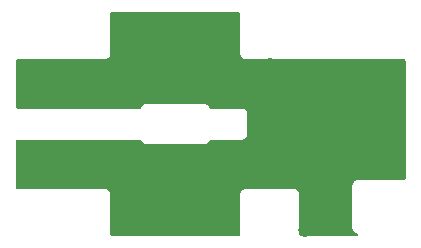
<source format=gbr>
%TF.GenerationSoftware,KiCad,Pcbnew,(6.0.0)*%
%TF.CreationDate,2022-03-29T22:28:20-07:00*%
%TF.ProjectId,probe,70726f62-652e-46b6-9963-61645f706362,rev?*%
%TF.SameCoordinates,Original*%
%TF.FileFunction,Copper,L2,Bot*%
%TF.FilePolarity,Positive*%
%FSLAX46Y46*%
G04 Gerber Fmt 4.6, Leading zero omitted, Abs format (unit mm)*
G04 Created by KiCad (PCBNEW (6.0.0)) date 2022-03-29 22:28:20*
%MOMM*%
%LPD*%
G01*
G04 APERTURE LIST*
%TA.AperFunction,ViaPad*%
%ADD10C,1.200000*%
%TD*%
%TA.AperFunction,Conductor*%
%ADD11C,1.000000*%
%TD*%
G04 APERTURE END LIST*
D10*
%TO.N,GND*%
X130000000Y-109000000D03*
X138000000Y-111000000D03*
X126000000Y-120000000D03*
X137000000Y-119000000D03*
X148000000Y-119000000D03*
X141000000Y-125000000D03*
%TD*%
D11*
%TO.N,GND*%
X132000000Y-111000000D02*
X130000000Y-109000000D01*
X138000000Y-111000000D02*
X132000000Y-111000000D01*
%TD*%
%TA.AperFunction,Conductor*%
%TO.N,GND*%
G36*
X135434121Y-106528002D02*
G01*
X135480614Y-106581658D01*
X135492000Y-106634000D01*
X135492000Y-109991298D01*
X135491998Y-109992068D01*
X135491524Y-110069652D01*
X135493990Y-110078281D01*
X135493991Y-110078286D01*
X135499639Y-110098048D01*
X135503217Y-110114809D01*
X135506130Y-110135152D01*
X135506133Y-110135162D01*
X135507405Y-110144045D01*
X135518021Y-110167395D01*
X135524464Y-110184907D01*
X135531512Y-110209565D01*
X135547274Y-110234548D01*
X135555404Y-110249614D01*
X135567633Y-110276510D01*
X135584374Y-110295939D01*
X135595479Y-110310947D01*
X135609160Y-110332631D01*
X135615888Y-110338573D01*
X135631296Y-110352181D01*
X135643340Y-110364373D01*
X135662619Y-110386747D01*
X135670147Y-110391626D01*
X135670150Y-110391629D01*
X135684139Y-110400696D01*
X135699013Y-110411986D01*
X135718228Y-110428956D01*
X135726354Y-110432771D01*
X135726355Y-110432772D01*
X135732021Y-110435432D01*
X135744966Y-110441510D01*
X135759935Y-110449824D01*
X135784727Y-110465893D01*
X135801650Y-110470954D01*
X135809290Y-110473239D01*
X135826736Y-110479901D01*
X135849948Y-110490799D01*
X135879130Y-110495343D01*
X135895849Y-110499126D01*
X135915536Y-110505014D01*
X135915539Y-110505015D01*
X135924141Y-110507587D01*
X135933116Y-110507642D01*
X135933117Y-110507642D01*
X135939810Y-110507683D01*
X135958556Y-110507797D01*
X135959328Y-110507830D01*
X135960423Y-110508000D01*
X135991298Y-110508000D01*
X135992068Y-110508002D01*
X136065716Y-110508452D01*
X136065717Y-110508452D01*
X136069652Y-110508476D01*
X136070996Y-110508092D01*
X136072341Y-110508000D01*
X149366000Y-110508000D01*
X149434121Y-110528002D01*
X149480614Y-110581658D01*
X149492000Y-110634000D01*
X149492000Y-120616000D01*
X149471998Y-120684121D01*
X149418342Y-120730614D01*
X149366000Y-120742000D01*
X145508702Y-120742000D01*
X145507932Y-120741998D01*
X145507078Y-120741993D01*
X145430348Y-120741524D01*
X145421719Y-120743990D01*
X145421714Y-120743991D01*
X145401952Y-120749639D01*
X145385191Y-120753217D01*
X145364848Y-120756130D01*
X145364838Y-120756133D01*
X145355955Y-120757405D01*
X145332605Y-120768021D01*
X145315093Y-120774464D01*
X145302200Y-120778149D01*
X145290435Y-120781512D01*
X145265452Y-120797274D01*
X145250386Y-120805404D01*
X145223490Y-120817633D01*
X145204061Y-120834374D01*
X145189053Y-120845479D01*
X145167369Y-120859160D01*
X145161427Y-120865888D01*
X145147819Y-120881296D01*
X145135627Y-120893340D01*
X145113253Y-120912619D01*
X145108374Y-120920147D01*
X145108371Y-120920150D01*
X145099304Y-120934139D01*
X145088014Y-120949013D01*
X145071044Y-120968228D01*
X145058490Y-120994966D01*
X145050176Y-121009935D01*
X145034107Y-121034727D01*
X145031535Y-121043327D01*
X145026761Y-121059290D01*
X145020099Y-121076736D01*
X145009201Y-121099948D01*
X145007820Y-121108821D01*
X145004658Y-121129128D01*
X145000874Y-121145849D01*
X144994986Y-121165536D01*
X144994985Y-121165539D01*
X144992413Y-121174141D01*
X144992358Y-121183116D01*
X144992358Y-121183117D01*
X144992203Y-121208546D01*
X144992170Y-121209328D01*
X144992000Y-121210423D01*
X144992000Y-121241298D01*
X144991998Y-121242068D01*
X144991524Y-121319652D01*
X144991908Y-121320996D01*
X144992000Y-121322341D01*
X144992000Y-124741298D01*
X144991998Y-124742068D01*
X144991524Y-124819652D01*
X144993990Y-124828281D01*
X144993991Y-124828286D01*
X144999639Y-124848048D01*
X145003217Y-124864809D01*
X145006130Y-124885152D01*
X145006133Y-124885162D01*
X145007405Y-124894045D01*
X145018021Y-124917395D01*
X145024464Y-124934907D01*
X145031512Y-124959565D01*
X145047274Y-124984548D01*
X145055404Y-124999614D01*
X145067633Y-125026510D01*
X145084374Y-125045939D01*
X145095479Y-125060947D01*
X145109160Y-125082631D01*
X145115888Y-125088573D01*
X145131296Y-125102181D01*
X145143340Y-125114373D01*
X145162619Y-125136747D01*
X145170147Y-125141626D01*
X145170150Y-125141629D01*
X145184139Y-125150696D01*
X145199013Y-125161986D01*
X145218228Y-125178956D01*
X145226354Y-125182771D01*
X145226355Y-125182772D01*
X145232021Y-125185432D01*
X145244966Y-125191510D01*
X145259935Y-125199824D01*
X145284727Y-125215893D01*
X145293327Y-125218465D01*
X145309290Y-125223239D01*
X145326736Y-125229901D01*
X145349948Y-125240799D01*
X145358821Y-125242180D01*
X145367402Y-125244804D01*
X145366655Y-125247246D01*
X145418684Y-125271745D01*
X145456368Y-125331915D01*
X145455540Y-125402907D01*
X145416462Y-125462181D01*
X145351541Y-125490918D01*
X145335066Y-125492000D01*
X140634000Y-125492000D01*
X140565879Y-125471998D01*
X140519386Y-125418342D01*
X140508000Y-125366000D01*
X140508000Y-122008702D01*
X140508002Y-122007932D01*
X140508421Y-121939322D01*
X140508476Y-121930348D01*
X140506010Y-121921719D01*
X140506009Y-121921714D01*
X140500361Y-121901952D01*
X140496783Y-121885191D01*
X140493870Y-121864848D01*
X140493867Y-121864838D01*
X140492595Y-121855955D01*
X140481979Y-121832605D01*
X140475536Y-121815093D01*
X140470954Y-121799063D01*
X140468488Y-121790435D01*
X140452726Y-121765452D01*
X140444596Y-121750386D01*
X140432367Y-121723490D01*
X140415626Y-121704061D01*
X140404521Y-121689053D01*
X140395630Y-121674961D01*
X140390840Y-121667369D01*
X140368703Y-121647818D01*
X140356659Y-121635626D01*
X140343239Y-121620051D01*
X140343237Y-121620050D01*
X140337381Y-121613253D01*
X140329853Y-121608374D01*
X140329850Y-121608371D01*
X140315861Y-121599304D01*
X140300987Y-121588014D01*
X140288502Y-121576988D01*
X140281772Y-121571044D01*
X140273646Y-121567229D01*
X140273645Y-121567228D01*
X140267979Y-121564568D01*
X140255034Y-121558490D01*
X140240065Y-121550176D01*
X140215273Y-121534107D01*
X140190709Y-121526761D01*
X140173264Y-121520099D01*
X140168827Y-121518016D01*
X140150052Y-121509201D01*
X140120870Y-121504657D01*
X140104151Y-121500874D01*
X140084464Y-121494986D01*
X140084461Y-121494985D01*
X140075859Y-121492413D01*
X140066884Y-121492358D01*
X140066883Y-121492358D01*
X140060190Y-121492317D01*
X140041444Y-121492203D01*
X140040672Y-121492170D01*
X140039577Y-121492000D01*
X140008702Y-121492000D01*
X140007932Y-121491998D01*
X139934284Y-121491548D01*
X139934283Y-121491548D01*
X139930348Y-121491524D01*
X139929004Y-121491908D01*
X139927659Y-121492000D01*
X136008702Y-121492000D01*
X136007932Y-121491998D01*
X136007078Y-121491993D01*
X135930348Y-121491524D01*
X135921719Y-121493990D01*
X135921714Y-121493991D01*
X135901952Y-121499639D01*
X135885191Y-121503217D01*
X135864848Y-121506130D01*
X135864838Y-121506133D01*
X135855955Y-121507405D01*
X135832605Y-121518021D01*
X135815093Y-121524464D01*
X135807057Y-121526761D01*
X135790435Y-121531512D01*
X135765452Y-121547274D01*
X135750386Y-121555404D01*
X135723490Y-121567633D01*
X135704061Y-121584374D01*
X135689053Y-121595479D01*
X135667369Y-121609160D01*
X135661427Y-121615888D01*
X135647819Y-121631296D01*
X135635627Y-121643340D01*
X135613253Y-121662619D01*
X135608374Y-121670147D01*
X135608371Y-121670150D01*
X135599304Y-121684139D01*
X135588014Y-121699013D01*
X135571044Y-121718228D01*
X135567229Y-121726354D01*
X135567228Y-121726355D01*
X135564737Y-121731661D01*
X135558490Y-121744966D01*
X135550176Y-121759935D01*
X135534107Y-121784727D01*
X135531535Y-121793327D01*
X135526761Y-121809290D01*
X135520099Y-121826736D01*
X135509201Y-121849948D01*
X135504658Y-121879128D01*
X135500874Y-121895849D01*
X135494986Y-121915536D01*
X135494985Y-121915539D01*
X135492413Y-121924141D01*
X135492358Y-121933116D01*
X135492358Y-121933117D01*
X135492203Y-121958546D01*
X135492170Y-121959328D01*
X135492000Y-121960423D01*
X135492000Y-121991298D01*
X135491998Y-121992068D01*
X135491524Y-122069652D01*
X135491908Y-122070996D01*
X135492000Y-122072341D01*
X135492000Y-125366000D01*
X135471998Y-125434121D01*
X135418342Y-125480614D01*
X135366000Y-125492000D01*
X124634000Y-125492000D01*
X124565879Y-125471998D01*
X124519386Y-125418342D01*
X124508000Y-125366000D01*
X124508000Y-122008702D01*
X124508002Y-122007932D01*
X124508421Y-121939322D01*
X124508476Y-121930348D01*
X124506010Y-121921719D01*
X124506009Y-121921714D01*
X124500361Y-121901952D01*
X124496783Y-121885191D01*
X124493870Y-121864848D01*
X124493867Y-121864838D01*
X124492595Y-121855955D01*
X124481979Y-121832605D01*
X124475536Y-121815093D01*
X124470954Y-121799063D01*
X124468488Y-121790435D01*
X124452726Y-121765452D01*
X124444596Y-121750386D01*
X124432367Y-121723490D01*
X124415626Y-121704061D01*
X124404521Y-121689053D01*
X124395630Y-121674961D01*
X124390840Y-121667369D01*
X124368703Y-121647818D01*
X124356659Y-121635626D01*
X124343239Y-121620051D01*
X124343237Y-121620050D01*
X124337381Y-121613253D01*
X124329853Y-121608374D01*
X124329850Y-121608371D01*
X124315861Y-121599304D01*
X124300987Y-121588014D01*
X124288502Y-121576988D01*
X124281772Y-121571044D01*
X124273646Y-121567229D01*
X124273645Y-121567228D01*
X124267979Y-121564568D01*
X124255034Y-121558490D01*
X124240065Y-121550176D01*
X124215273Y-121534107D01*
X124190709Y-121526761D01*
X124173264Y-121520099D01*
X124168827Y-121518016D01*
X124150052Y-121509201D01*
X124120870Y-121504657D01*
X124104151Y-121500874D01*
X124084464Y-121494986D01*
X124084461Y-121494985D01*
X124075859Y-121492413D01*
X124066884Y-121492358D01*
X124066883Y-121492358D01*
X124060190Y-121492317D01*
X124041444Y-121492203D01*
X124040672Y-121492170D01*
X124039577Y-121492000D01*
X124008702Y-121492000D01*
X124007932Y-121491998D01*
X123934284Y-121491548D01*
X123934283Y-121491548D01*
X123930348Y-121491524D01*
X123929004Y-121491908D01*
X123927659Y-121492000D01*
X116634000Y-121492000D01*
X116565879Y-121471998D01*
X116519386Y-121418342D01*
X116508000Y-121366000D01*
X116508000Y-117434000D01*
X116528002Y-117365879D01*
X116581658Y-117319386D01*
X116634000Y-117308000D01*
X127007450Y-117308000D01*
X127075571Y-117328002D01*
X127122064Y-117381658D01*
X127128599Y-117399374D01*
X127129046Y-117400939D01*
X127129047Y-117400942D01*
X127131512Y-117409565D01*
X127147274Y-117434548D01*
X127155404Y-117449614D01*
X127167633Y-117476510D01*
X127184374Y-117495939D01*
X127195479Y-117510947D01*
X127209160Y-117532631D01*
X127215888Y-117538573D01*
X127231296Y-117552181D01*
X127243340Y-117564373D01*
X127262619Y-117586747D01*
X127270147Y-117591626D01*
X127270150Y-117591629D01*
X127284139Y-117600696D01*
X127299013Y-117611986D01*
X127318228Y-117628956D01*
X127326354Y-117632771D01*
X127326355Y-117632772D01*
X127332021Y-117635432D01*
X127344966Y-117641510D01*
X127359935Y-117649824D01*
X127384727Y-117665893D01*
X127401650Y-117670954D01*
X127409290Y-117673239D01*
X127426736Y-117679901D01*
X127449948Y-117690799D01*
X127479130Y-117695343D01*
X127495849Y-117699126D01*
X127515536Y-117705014D01*
X127515539Y-117705015D01*
X127524141Y-117707587D01*
X127533116Y-117707642D01*
X127533117Y-117707642D01*
X127539810Y-117707683D01*
X127558556Y-117707797D01*
X127559328Y-117707830D01*
X127560423Y-117708000D01*
X127591298Y-117708000D01*
X127592068Y-117708002D01*
X127665716Y-117708452D01*
X127665717Y-117708452D01*
X127669652Y-117708476D01*
X127670996Y-117708092D01*
X127672341Y-117708000D01*
X132391298Y-117708000D01*
X132392069Y-117708002D01*
X132469652Y-117708476D01*
X132478281Y-117706010D01*
X132478286Y-117706009D01*
X132498048Y-117700361D01*
X132514809Y-117696783D01*
X132535152Y-117693870D01*
X132535162Y-117693867D01*
X132544045Y-117692595D01*
X132567395Y-117681979D01*
X132584907Y-117675536D01*
X132600937Y-117670954D01*
X132609565Y-117668488D01*
X132634548Y-117652726D01*
X132649614Y-117644596D01*
X132676510Y-117632367D01*
X132695939Y-117615626D01*
X132710947Y-117604521D01*
X132725039Y-117595630D01*
X132732631Y-117590840D01*
X132752182Y-117568703D01*
X132764374Y-117556659D01*
X132779949Y-117543239D01*
X132779950Y-117543237D01*
X132786747Y-117537381D01*
X132791626Y-117529853D01*
X132791629Y-117529850D01*
X132800696Y-117515861D01*
X132811986Y-117500987D01*
X132823012Y-117488502D01*
X132828956Y-117481772D01*
X132841510Y-117455034D01*
X132849824Y-117440065D01*
X132865893Y-117415273D01*
X132868464Y-117406677D01*
X132868467Y-117406670D01*
X132871091Y-117397895D01*
X132909774Y-117338362D01*
X132974502Y-117309194D01*
X132991807Y-117308000D01*
X135591298Y-117308000D01*
X135592069Y-117308002D01*
X135669652Y-117308476D01*
X135678281Y-117306010D01*
X135678286Y-117306009D01*
X135698048Y-117300361D01*
X135714809Y-117296783D01*
X135735152Y-117293870D01*
X135735162Y-117293867D01*
X135744045Y-117292595D01*
X135767395Y-117281979D01*
X135784907Y-117275536D01*
X135800937Y-117270954D01*
X135809565Y-117268488D01*
X135834548Y-117252726D01*
X135849614Y-117244596D01*
X135876510Y-117232367D01*
X135895939Y-117215626D01*
X135910947Y-117204521D01*
X135925039Y-117195630D01*
X135932631Y-117190840D01*
X135952182Y-117168703D01*
X135964374Y-117156659D01*
X135979949Y-117143239D01*
X135979950Y-117143237D01*
X135986747Y-117137381D01*
X135991626Y-117129853D01*
X135991629Y-117129850D01*
X136000696Y-117115861D01*
X136011986Y-117100987D01*
X136023012Y-117088502D01*
X136028956Y-117081772D01*
X136041510Y-117055034D01*
X136049824Y-117040065D01*
X136065893Y-117015273D01*
X136073239Y-116990709D01*
X136079901Y-116973264D01*
X136086983Y-116958179D01*
X136090799Y-116950052D01*
X136095343Y-116920870D01*
X136099126Y-116904151D01*
X136105014Y-116884464D01*
X136105015Y-116884461D01*
X136107587Y-116875859D01*
X136107797Y-116841444D01*
X136107830Y-116840672D01*
X136108000Y-116839577D01*
X136108000Y-116808702D01*
X136108002Y-116807932D01*
X136108452Y-116734284D01*
X136108452Y-116734283D01*
X136108476Y-116730348D01*
X136108092Y-116729004D01*
X136108000Y-116727659D01*
X136108000Y-115208702D01*
X136108002Y-115207932D01*
X136108421Y-115139322D01*
X136108476Y-115130348D01*
X136106010Y-115121719D01*
X136106009Y-115121714D01*
X136100361Y-115101952D01*
X136096783Y-115085191D01*
X136093870Y-115064848D01*
X136093867Y-115064838D01*
X136092595Y-115055955D01*
X136081979Y-115032605D01*
X136075536Y-115015093D01*
X136070954Y-114999063D01*
X136068488Y-114990435D01*
X136052726Y-114965452D01*
X136044596Y-114950386D01*
X136032367Y-114923490D01*
X136015626Y-114904061D01*
X136004521Y-114889053D01*
X135995630Y-114874961D01*
X135990840Y-114867369D01*
X135968703Y-114847818D01*
X135956659Y-114835626D01*
X135943239Y-114820051D01*
X135943237Y-114820050D01*
X135937381Y-114813253D01*
X135929853Y-114808374D01*
X135929850Y-114808371D01*
X135915861Y-114799304D01*
X135900987Y-114788014D01*
X135888502Y-114776988D01*
X135881772Y-114771044D01*
X135873646Y-114767229D01*
X135873645Y-114767228D01*
X135867979Y-114764568D01*
X135855034Y-114758490D01*
X135840065Y-114750176D01*
X135815273Y-114734107D01*
X135790709Y-114726761D01*
X135773264Y-114720099D01*
X135750052Y-114709201D01*
X135720870Y-114704657D01*
X135704151Y-114700874D01*
X135684464Y-114694986D01*
X135684461Y-114694985D01*
X135675859Y-114692413D01*
X135666884Y-114692358D01*
X135666883Y-114692358D01*
X135660190Y-114692317D01*
X135641444Y-114692203D01*
X135640672Y-114692170D01*
X135639577Y-114692000D01*
X135608702Y-114692000D01*
X135607932Y-114691998D01*
X135534284Y-114691548D01*
X135534283Y-114691548D01*
X135530348Y-114691524D01*
X135529004Y-114691908D01*
X135527659Y-114692000D01*
X132992550Y-114692000D01*
X132924429Y-114671998D01*
X132877936Y-114618342D01*
X132871401Y-114600626D01*
X132870954Y-114599061D01*
X132870953Y-114599058D01*
X132868488Y-114590435D01*
X132852726Y-114565452D01*
X132844596Y-114550386D01*
X132832367Y-114523490D01*
X132815626Y-114504061D01*
X132804521Y-114489053D01*
X132795630Y-114474961D01*
X132790840Y-114467369D01*
X132768703Y-114447818D01*
X132756659Y-114435626D01*
X132743239Y-114420051D01*
X132743237Y-114420050D01*
X132737381Y-114413253D01*
X132729853Y-114408374D01*
X132729850Y-114408371D01*
X132715861Y-114399304D01*
X132700987Y-114388014D01*
X132688502Y-114376988D01*
X132681772Y-114371044D01*
X132673646Y-114367229D01*
X132673645Y-114367228D01*
X132667979Y-114364568D01*
X132655034Y-114358490D01*
X132640065Y-114350176D01*
X132615273Y-114334107D01*
X132590709Y-114326761D01*
X132573264Y-114320099D01*
X132568827Y-114318016D01*
X132550052Y-114309201D01*
X132520870Y-114304657D01*
X132504151Y-114300874D01*
X132484464Y-114294986D01*
X132484461Y-114294985D01*
X132475859Y-114292413D01*
X132466884Y-114292358D01*
X132466883Y-114292358D01*
X132460190Y-114292317D01*
X132441444Y-114292203D01*
X132440672Y-114292170D01*
X132439577Y-114292000D01*
X132408702Y-114292000D01*
X132407932Y-114291998D01*
X132334284Y-114291548D01*
X132334283Y-114291548D01*
X132330348Y-114291524D01*
X132329004Y-114291908D01*
X132327659Y-114292000D01*
X127608702Y-114292000D01*
X127607932Y-114291998D01*
X127607078Y-114291993D01*
X127530348Y-114291524D01*
X127521719Y-114293990D01*
X127521714Y-114293991D01*
X127501952Y-114299639D01*
X127485191Y-114303217D01*
X127464848Y-114306130D01*
X127464838Y-114306133D01*
X127455955Y-114307405D01*
X127432605Y-114318021D01*
X127415093Y-114324464D01*
X127407057Y-114326761D01*
X127390435Y-114331512D01*
X127365452Y-114347274D01*
X127350386Y-114355404D01*
X127323490Y-114367633D01*
X127304061Y-114384374D01*
X127289053Y-114395479D01*
X127267369Y-114409160D01*
X127261427Y-114415888D01*
X127247819Y-114431296D01*
X127235627Y-114443340D01*
X127213253Y-114462619D01*
X127208374Y-114470147D01*
X127208371Y-114470150D01*
X127199304Y-114484139D01*
X127188014Y-114499013D01*
X127171044Y-114518228D01*
X127158490Y-114544966D01*
X127150176Y-114559935D01*
X127134107Y-114584727D01*
X127131536Y-114593323D01*
X127131533Y-114593330D01*
X127128909Y-114602105D01*
X127090226Y-114661638D01*
X127025498Y-114690806D01*
X127008193Y-114692000D01*
X116634000Y-114692000D01*
X116565879Y-114671998D01*
X116519386Y-114618342D01*
X116508000Y-114566000D01*
X116508000Y-110634000D01*
X116528002Y-110565879D01*
X116581658Y-110519386D01*
X116634000Y-110508000D01*
X123991298Y-110508000D01*
X123992069Y-110508002D01*
X124069652Y-110508476D01*
X124078281Y-110506010D01*
X124078286Y-110506009D01*
X124098048Y-110500361D01*
X124114809Y-110496783D01*
X124135152Y-110493870D01*
X124135162Y-110493867D01*
X124144045Y-110492595D01*
X124167395Y-110481979D01*
X124184907Y-110475536D01*
X124200937Y-110470954D01*
X124209565Y-110468488D01*
X124234548Y-110452726D01*
X124249614Y-110444596D01*
X124276510Y-110432367D01*
X124295939Y-110415626D01*
X124310947Y-110404521D01*
X124325039Y-110395630D01*
X124332631Y-110390840D01*
X124352182Y-110368703D01*
X124364374Y-110356659D01*
X124379949Y-110343239D01*
X124379950Y-110343237D01*
X124386747Y-110337381D01*
X124391626Y-110329853D01*
X124391629Y-110329850D01*
X124400696Y-110315861D01*
X124411986Y-110300987D01*
X124423012Y-110288502D01*
X124428956Y-110281772D01*
X124441510Y-110255034D01*
X124449824Y-110240065D01*
X124465893Y-110215273D01*
X124473239Y-110190709D01*
X124479901Y-110173264D01*
X124486983Y-110158179D01*
X124490799Y-110150052D01*
X124495343Y-110120870D01*
X124499126Y-110104151D01*
X124505014Y-110084464D01*
X124505015Y-110084461D01*
X124507587Y-110075859D01*
X124507797Y-110041444D01*
X124507830Y-110040672D01*
X124508000Y-110039577D01*
X124508000Y-110008702D01*
X124508002Y-110007932D01*
X124508452Y-109934284D01*
X124508452Y-109934283D01*
X124508476Y-109930348D01*
X124508092Y-109929004D01*
X124508000Y-109927659D01*
X124508000Y-106634000D01*
X124528002Y-106565879D01*
X124581658Y-106519386D01*
X124634000Y-106508000D01*
X135366000Y-106508000D01*
X135434121Y-106528002D01*
G37*
%TD.AperFunction*%
%TD*%
M02*

</source>
